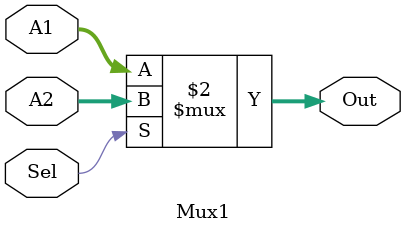
<source format=v>
`timescale 1ns / 1ps
module Mux1
	#(parameter width = 32)
	(input [width-1:0] A1,
	 input [width-1:0] A2,
	 input Sel,
	 output [width-1:0] Out
    );
	 
	 assign Out = Sel==0?A1:A2;


endmodule

</source>
